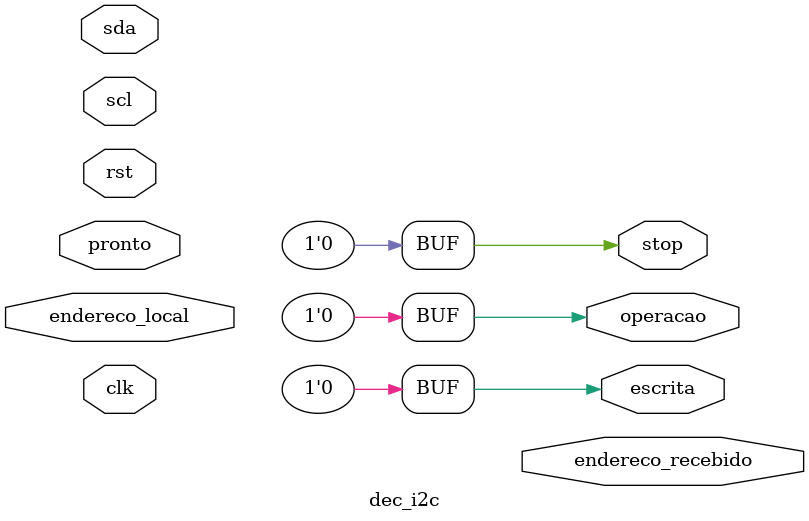
<source format=sv>
`timescale 1ns/10ps
module dec_i2c(
	input logic clk, rst,
	input logic sda, scl,
	input logic pronto,
	input logic [6:0] endereco_local,

	output logic [6:0] endereco_recebido,
	output logic operacao, escrita, stop
);

logic sda_anterior, scl_anterior;
logic sobe_sda, sobe_scl, desce_sda;
logic stop_cond, start_cond;
logic [6:0] addr_ff;
logic enable_serial_writing;

typedef enum {ESCUTA_SDA_SCL=1, RECEBEU_START=2, RECEBEU_STOP=3} tipo_estados;
tipo_estados estado_atual_ff, proximo_estado;

always_ff@(posedge clk) begin
	estado_atual_ff <= proximo_estado;
	scl_anterior <= scl;
end

always_ff@(negedge clk) begin
	sda_anterior <= sda;
end


assign desce_sda = ((sda==0) && (sda_anterior==1)); //detecta quando sda descer
assign sobe_sda  = ((sda==1) && (sda_anterior==0)); //detecta quando sda subir

assign sobe_scl = ((scl==1) && (scl_anterior==0));  //detecta quando scl subir


assign start_cond = (((scl== 1) && desce_sda)); //gera start cond
assign stop_cond = (((scl == 1) && sobe_sda)); //gera stop cond




always_ff @(posedge scl) begin
	if (enable_serial_writing)
	begin
		addr_ff[6] <= sda;
		addr_ff[5] <= addr_ff[6];
		addr_ff[4] <= addr_ff[5];
		addr_ff[3] <= addr_ff[4];
		addr_ff[2] <= addr_ff[3];
		addr_ff[1] <= addr_ff[2];
		addr_ff[0] <= addr_ff[1];
	end
end

always_comb begin
	proximo_estado = estado_atual_ff;
	operacao = 0;
	escrita = 0;
	stop = 0;
	
	if(rst)
		proximo_estado = ESCUTA_SDA_SCL;
	else begin
		case(estado_atual_ff)
			ESCUTA_SDA_SCL:	begin 
				if(start_cond)
					proximo_estado = RECEBEU_START;
				else if (stop_cond)
					proximo_estado = RECEBEU_STOP;
				else
					proximo_estado = ESCUTA_SDA_SCL;	
			end

			RECEBEU_START: begin
				enable_serial_writing = 1;
				proximo_estado = ESCUTA_SDA_SCL;
			end

			RECEBEU_STOP: begin
				enable_serial_writing = 0;
				proximo_estado = ESCUTA_SDA_SCL;
			end
		endcase	
	end

end



endmodule

</source>
